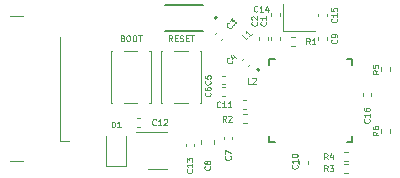
<source format=gbr>
%TF.GenerationSoftware,KiCad,Pcbnew,(6.0.7)*%
%TF.CreationDate,2023-02-09T21:31:32-08:00*%
%TF.ProjectId,ESP_SoC,4553505f-536f-4432-9e6b-696361645f70,rev?*%
%TF.SameCoordinates,Original*%
%TF.FileFunction,Legend,Top*%
%TF.FilePolarity,Positive*%
%FSLAX46Y46*%
G04 Gerber Fmt 4.6, Leading zero omitted, Abs format (unit mm)*
G04 Created by KiCad (PCBNEW (6.0.7)) date 2023-02-09 21:31:32*
%MOMM*%
%LPD*%
G01*
G04 APERTURE LIST*
%ADD10C,0.125000*%
%ADD11C,0.150000*%
%ADD12C,0.120000*%
%ADD13C,0.127000*%
%ADD14C,0.200000*%
G04 APERTURE END LIST*
D10*
X112273809Y-94726190D02*
X112107142Y-94488095D01*
X111988095Y-94726190D02*
X111988095Y-94226190D01*
X112178571Y-94226190D01*
X112226190Y-94250000D01*
X112250000Y-94273809D01*
X112273809Y-94321428D01*
X112273809Y-94392857D01*
X112250000Y-94440476D01*
X112226190Y-94464285D01*
X112178571Y-94488095D01*
X111988095Y-94488095D01*
X112488095Y-94464285D02*
X112654761Y-94464285D01*
X112726190Y-94726190D02*
X112488095Y-94726190D01*
X112488095Y-94226190D01*
X112726190Y-94226190D01*
X112916666Y-94702380D02*
X112988095Y-94726190D01*
X113107142Y-94726190D01*
X113154761Y-94702380D01*
X113178571Y-94678571D01*
X113202380Y-94630952D01*
X113202380Y-94583333D01*
X113178571Y-94535714D01*
X113154761Y-94511904D01*
X113107142Y-94488095D01*
X113011904Y-94464285D01*
X112964285Y-94440476D01*
X112940476Y-94416666D01*
X112916666Y-94369047D01*
X112916666Y-94321428D01*
X112940476Y-94273809D01*
X112964285Y-94250000D01*
X113011904Y-94226190D01*
X113130952Y-94226190D01*
X113202380Y-94250000D01*
X113416666Y-94464285D02*
X113583333Y-94464285D01*
X113654761Y-94726190D02*
X113416666Y-94726190D01*
X113416666Y-94226190D01*
X113654761Y-94226190D01*
X113797619Y-94226190D02*
X114083333Y-94226190D01*
X113940476Y-94726190D02*
X113940476Y-94226190D01*
X108071428Y-94464285D02*
X108142857Y-94488095D01*
X108166666Y-94511904D01*
X108190476Y-94559523D01*
X108190476Y-94630952D01*
X108166666Y-94678571D01*
X108142857Y-94702380D01*
X108095238Y-94726190D01*
X107904761Y-94726190D01*
X107904761Y-94226190D01*
X108071428Y-94226190D01*
X108119047Y-94250000D01*
X108142857Y-94273809D01*
X108166666Y-94321428D01*
X108166666Y-94369047D01*
X108142857Y-94416666D01*
X108119047Y-94440476D01*
X108071428Y-94464285D01*
X107904761Y-94464285D01*
X108500000Y-94226190D02*
X108595238Y-94226190D01*
X108642857Y-94250000D01*
X108690476Y-94297619D01*
X108714285Y-94392857D01*
X108714285Y-94559523D01*
X108690476Y-94654761D01*
X108642857Y-94702380D01*
X108595238Y-94726190D01*
X108500000Y-94726190D01*
X108452380Y-94702380D01*
X108404761Y-94654761D01*
X108380952Y-94559523D01*
X108380952Y-94392857D01*
X108404761Y-94297619D01*
X108452380Y-94250000D01*
X108500000Y-94226190D01*
X109023809Y-94226190D02*
X109119047Y-94226190D01*
X109166666Y-94250000D01*
X109214285Y-94297619D01*
X109238095Y-94392857D01*
X109238095Y-94559523D01*
X109214285Y-94654761D01*
X109166666Y-94702380D01*
X109119047Y-94726190D01*
X109023809Y-94726190D01*
X108976190Y-94702380D01*
X108928571Y-94654761D01*
X108904761Y-94559523D01*
X108904761Y-94392857D01*
X108928571Y-94297619D01*
X108976190Y-94250000D01*
X109023809Y-94226190D01*
X109380952Y-94226190D02*
X109666666Y-94226190D01*
X109523809Y-94726190D02*
X109523809Y-94226190D01*
D11*
%TO.C,*%
D10*
%TO.C,C16*%
X128928571Y-101321428D02*
X128952380Y-101345238D01*
X128976190Y-101416666D01*
X128976190Y-101464285D01*
X128952380Y-101535714D01*
X128904761Y-101583333D01*
X128857142Y-101607142D01*
X128761904Y-101630952D01*
X128690476Y-101630952D01*
X128595238Y-101607142D01*
X128547619Y-101583333D01*
X128500000Y-101535714D01*
X128476190Y-101464285D01*
X128476190Y-101416666D01*
X128500000Y-101345238D01*
X128523809Y-101321428D01*
X128976190Y-100845238D02*
X128976190Y-101130952D01*
X128976190Y-100988095D02*
X128476190Y-100988095D01*
X128547619Y-101035714D01*
X128595238Y-101083333D01*
X128619047Y-101130952D01*
X128476190Y-100416666D02*
X128476190Y-100511904D01*
X128500000Y-100559523D01*
X128523809Y-100583333D01*
X128595238Y-100630952D01*
X128690476Y-100654761D01*
X128880952Y-100654761D01*
X128928571Y-100630952D01*
X128952380Y-100607142D01*
X128976190Y-100559523D01*
X128976190Y-100464285D01*
X128952380Y-100416666D01*
X128928571Y-100392857D01*
X128880952Y-100369047D01*
X128761904Y-100369047D01*
X128714285Y-100392857D01*
X128690476Y-100416666D01*
X128666666Y-100464285D01*
X128666666Y-100559523D01*
X128690476Y-100607142D01*
X128714285Y-100630952D01*
X128761904Y-100654761D01*
%TO.C,R2*%
X116826666Y-101526190D02*
X116660000Y-101288095D01*
X116540952Y-101526190D02*
X116540952Y-101026190D01*
X116731428Y-101026190D01*
X116779047Y-101050000D01*
X116802857Y-101073809D01*
X116826666Y-101121428D01*
X116826666Y-101192857D01*
X116802857Y-101240476D01*
X116779047Y-101264285D01*
X116731428Y-101288095D01*
X116540952Y-101288095D01*
X117017142Y-101073809D02*
X117040952Y-101050000D01*
X117088571Y-101026190D01*
X117207619Y-101026190D01*
X117255238Y-101050000D01*
X117279047Y-101073809D01*
X117302857Y-101121428D01*
X117302857Y-101169047D01*
X117279047Y-101240476D01*
X116993333Y-101526190D01*
X117302857Y-101526190D01*
%TO.C,C2*%
X119428571Y-93083333D02*
X119452380Y-93107142D01*
X119476190Y-93178571D01*
X119476190Y-93226190D01*
X119452380Y-93297619D01*
X119404761Y-93345238D01*
X119357142Y-93369047D01*
X119261904Y-93392857D01*
X119190476Y-93392857D01*
X119095238Y-93369047D01*
X119047619Y-93345238D01*
X119000000Y-93297619D01*
X118976190Y-93226190D01*
X118976190Y-93178571D01*
X119000000Y-93107142D01*
X119023809Y-93083333D01*
X119023809Y-92892857D02*
X119000000Y-92869047D01*
X118976190Y-92821428D01*
X118976190Y-92702380D01*
X119000000Y-92654761D01*
X119023809Y-92630952D01*
X119071428Y-92607142D01*
X119119047Y-92607142D01*
X119190476Y-92630952D01*
X119476190Y-92916666D01*
X119476190Y-92607142D01*
%TO.C,R4*%
X125416666Y-104726190D02*
X125250000Y-104488095D01*
X125130952Y-104726190D02*
X125130952Y-104226190D01*
X125321428Y-104226190D01*
X125369047Y-104250000D01*
X125392857Y-104273809D01*
X125416666Y-104321428D01*
X125416666Y-104392857D01*
X125392857Y-104440476D01*
X125369047Y-104464285D01*
X125321428Y-104488095D01*
X125130952Y-104488095D01*
X125845238Y-104392857D02*
X125845238Y-104726190D01*
X125726190Y-104202380D02*
X125607142Y-104559523D01*
X125916666Y-104559523D01*
%TO.C,L2*%
X118916666Y-98326190D02*
X118678571Y-98326190D01*
X118678571Y-97826190D01*
X119059523Y-97873809D02*
X119083333Y-97850000D01*
X119130952Y-97826190D01*
X119250000Y-97826190D01*
X119297619Y-97850000D01*
X119321428Y-97873809D01*
X119345238Y-97921428D01*
X119345238Y-97969047D01*
X119321428Y-98040476D01*
X119035714Y-98326190D01*
X119345238Y-98326190D01*
%TO.C,C7*%
X117178571Y-104458333D02*
X117202380Y-104482142D01*
X117226190Y-104553571D01*
X117226190Y-104601190D01*
X117202380Y-104672619D01*
X117154761Y-104720238D01*
X117107142Y-104744047D01*
X117011904Y-104767857D01*
X116940476Y-104767857D01*
X116845238Y-104744047D01*
X116797619Y-104720238D01*
X116750000Y-104672619D01*
X116726190Y-104601190D01*
X116726190Y-104553571D01*
X116750000Y-104482142D01*
X116773809Y-104458333D01*
X116726190Y-104291666D02*
X116726190Y-103958333D01*
X117226190Y-104172619D01*
%TO.C,R3*%
X125416666Y-105726190D02*
X125250000Y-105488095D01*
X125130952Y-105726190D02*
X125130952Y-105226190D01*
X125321428Y-105226190D01*
X125369047Y-105250000D01*
X125392857Y-105273809D01*
X125416666Y-105321428D01*
X125416666Y-105392857D01*
X125392857Y-105440476D01*
X125369047Y-105464285D01*
X125321428Y-105488095D01*
X125130952Y-105488095D01*
X125583333Y-105226190D02*
X125892857Y-105226190D01*
X125726190Y-105416666D01*
X125797619Y-105416666D01*
X125845238Y-105440476D01*
X125869047Y-105464285D01*
X125892857Y-105511904D01*
X125892857Y-105630952D01*
X125869047Y-105678571D01*
X125845238Y-105702380D01*
X125797619Y-105726190D01*
X125654761Y-105726190D01*
X125607142Y-105702380D01*
X125583333Y-105678571D01*
%TO.C,C9*%
X126178571Y-94583333D02*
X126202380Y-94607142D01*
X126226190Y-94678571D01*
X126226190Y-94726190D01*
X126202380Y-94797619D01*
X126154761Y-94845238D01*
X126107142Y-94869047D01*
X126011904Y-94892857D01*
X125940476Y-94892857D01*
X125845238Y-94869047D01*
X125797619Y-94845238D01*
X125750000Y-94797619D01*
X125726190Y-94726190D01*
X125726190Y-94678571D01*
X125750000Y-94607142D01*
X125773809Y-94583333D01*
X126226190Y-94345238D02*
X126226190Y-94250000D01*
X126202380Y-94202380D01*
X126178571Y-94178571D01*
X126107142Y-94130952D01*
X126011904Y-94107142D01*
X125821428Y-94107142D01*
X125773809Y-94130952D01*
X125750000Y-94154761D01*
X125726190Y-94202380D01*
X125726190Y-94297619D01*
X125750000Y-94345238D01*
X125773809Y-94369047D01*
X125821428Y-94392857D01*
X125940476Y-94392857D01*
X125988095Y-94369047D01*
X126011904Y-94345238D01*
X126035714Y-94297619D01*
X126035714Y-94202380D01*
X126011904Y-94154761D01*
X125988095Y-94130952D01*
X125940476Y-94107142D01*
%TO.C,C13*%
X113928571Y-105571428D02*
X113952380Y-105595238D01*
X113976190Y-105666666D01*
X113976190Y-105714285D01*
X113952380Y-105785714D01*
X113904761Y-105833333D01*
X113857142Y-105857142D01*
X113761904Y-105880952D01*
X113690476Y-105880952D01*
X113595238Y-105857142D01*
X113547619Y-105833333D01*
X113500000Y-105785714D01*
X113476190Y-105714285D01*
X113476190Y-105666666D01*
X113500000Y-105595238D01*
X113523809Y-105571428D01*
X113976190Y-105095238D02*
X113976190Y-105380952D01*
X113976190Y-105238095D02*
X113476190Y-105238095D01*
X113547619Y-105285714D01*
X113595238Y-105333333D01*
X113619047Y-105380952D01*
X113476190Y-104928571D02*
X113476190Y-104619047D01*
X113666666Y-104785714D01*
X113666666Y-104714285D01*
X113690476Y-104666666D01*
X113714285Y-104642857D01*
X113761904Y-104619047D01*
X113880952Y-104619047D01*
X113928571Y-104642857D01*
X113952380Y-104666666D01*
X113976190Y-104714285D01*
X113976190Y-104857142D01*
X113952380Y-104904761D01*
X113928571Y-104928571D01*
%TO.C,C3*%
X117317343Y-93435194D02*
X117317343Y-93468866D01*
X117283671Y-93536209D01*
X117250000Y-93569881D01*
X117182656Y-93603553D01*
X117115312Y-93603553D01*
X117064805Y-93586717D01*
X116980625Y-93536209D01*
X116930118Y-93485702D01*
X116879610Y-93401522D01*
X116862774Y-93351015D01*
X116862774Y-93283671D01*
X116896446Y-93216328D01*
X116930118Y-93182656D01*
X116997461Y-93148984D01*
X117031133Y-93148984D01*
X117115312Y-92997461D02*
X117334179Y-92778595D01*
X117351015Y-93031133D01*
X117401522Y-92980625D01*
X117452030Y-92963790D01*
X117485702Y-92963790D01*
X117536209Y-92980625D01*
X117620389Y-93064805D01*
X117637225Y-93115312D01*
X117637225Y-93148984D01*
X117620389Y-93199492D01*
X117519374Y-93300507D01*
X117468866Y-93317343D01*
X117435194Y-93317343D01*
%TO.C,C15*%
X126178571Y-92821428D02*
X126202380Y-92845238D01*
X126226190Y-92916666D01*
X126226190Y-92964285D01*
X126202380Y-93035714D01*
X126154761Y-93083333D01*
X126107142Y-93107142D01*
X126011904Y-93130952D01*
X125940476Y-93130952D01*
X125845238Y-93107142D01*
X125797619Y-93083333D01*
X125750000Y-93035714D01*
X125726190Y-92964285D01*
X125726190Y-92916666D01*
X125750000Y-92845238D01*
X125773809Y-92821428D01*
X126226190Y-92345238D02*
X126226190Y-92630952D01*
X126226190Y-92488095D02*
X125726190Y-92488095D01*
X125797619Y-92535714D01*
X125845238Y-92583333D01*
X125869047Y-92630952D01*
X125726190Y-91892857D02*
X125726190Y-92130952D01*
X125964285Y-92154761D01*
X125940476Y-92130952D01*
X125916666Y-92083333D01*
X125916666Y-91964285D01*
X125940476Y-91916666D01*
X125964285Y-91892857D01*
X126011904Y-91869047D01*
X126130952Y-91869047D01*
X126178571Y-91892857D01*
X126202380Y-91916666D01*
X126226190Y-91964285D01*
X126226190Y-92083333D01*
X126202380Y-92130952D01*
X126178571Y-92154761D01*
%TO.C,L1*%
X118678330Y-94391551D02*
X118509971Y-94559910D01*
X118156418Y-94206356D01*
X118981376Y-94088505D02*
X118779345Y-94290536D01*
X118880360Y-94189520D02*
X118526807Y-93835967D01*
X118543643Y-93920146D01*
X118543643Y-93987490D01*
X118526807Y-94037997D01*
%TO.C,R5*%
X129726190Y-97183333D02*
X129488095Y-97350000D01*
X129726190Y-97469047D02*
X129226190Y-97469047D01*
X129226190Y-97278571D01*
X129250000Y-97230952D01*
X129273809Y-97207142D01*
X129321428Y-97183333D01*
X129392857Y-97183333D01*
X129440476Y-97207142D01*
X129464285Y-97230952D01*
X129488095Y-97278571D01*
X129488095Y-97469047D01*
X129226190Y-96730952D02*
X129226190Y-96969047D01*
X129464285Y-96992857D01*
X129440476Y-96969047D01*
X129416666Y-96921428D01*
X129416666Y-96802380D01*
X129440476Y-96754761D01*
X129464285Y-96730952D01*
X129511904Y-96707142D01*
X129630952Y-96707142D01*
X129678571Y-96730952D01*
X129702380Y-96754761D01*
X129726190Y-96802380D01*
X129726190Y-96921428D01*
X129702380Y-96969047D01*
X129678571Y-96992857D01*
%TO.C,C8*%
X115428571Y-105308333D02*
X115452380Y-105332142D01*
X115476190Y-105403571D01*
X115476190Y-105451190D01*
X115452380Y-105522619D01*
X115404761Y-105570238D01*
X115357142Y-105594047D01*
X115261904Y-105617857D01*
X115190476Y-105617857D01*
X115095238Y-105594047D01*
X115047619Y-105570238D01*
X115000000Y-105522619D01*
X114976190Y-105451190D01*
X114976190Y-105403571D01*
X115000000Y-105332142D01*
X115023809Y-105308333D01*
X115190476Y-105022619D02*
X115166666Y-105070238D01*
X115142857Y-105094047D01*
X115095238Y-105117857D01*
X115071428Y-105117857D01*
X115023809Y-105094047D01*
X115000000Y-105070238D01*
X114976190Y-105022619D01*
X114976190Y-104927380D01*
X115000000Y-104879761D01*
X115023809Y-104855952D01*
X115071428Y-104832142D01*
X115095238Y-104832142D01*
X115142857Y-104855952D01*
X115166666Y-104879761D01*
X115190476Y-104927380D01*
X115190476Y-105022619D01*
X115214285Y-105070238D01*
X115238095Y-105094047D01*
X115285714Y-105117857D01*
X115380952Y-105117857D01*
X115428571Y-105094047D01*
X115452380Y-105070238D01*
X115476190Y-105022619D01*
X115476190Y-104927380D01*
X115452380Y-104879761D01*
X115428571Y-104855952D01*
X115380952Y-104832142D01*
X115285714Y-104832142D01*
X115238095Y-104855952D01*
X115214285Y-104879761D01*
X115190476Y-104927380D01*
%TO.C,C6*%
X115478571Y-99083333D02*
X115502380Y-99107142D01*
X115526190Y-99178571D01*
X115526190Y-99226190D01*
X115502380Y-99297619D01*
X115454761Y-99345238D01*
X115407142Y-99369047D01*
X115311904Y-99392857D01*
X115240476Y-99392857D01*
X115145238Y-99369047D01*
X115097619Y-99345238D01*
X115050000Y-99297619D01*
X115026190Y-99226190D01*
X115026190Y-99178571D01*
X115050000Y-99107142D01*
X115073809Y-99083333D01*
X115026190Y-98654761D02*
X115026190Y-98750000D01*
X115050000Y-98797619D01*
X115073809Y-98821428D01*
X115145238Y-98869047D01*
X115240476Y-98892857D01*
X115430952Y-98892857D01*
X115478571Y-98869047D01*
X115502380Y-98845238D01*
X115526190Y-98797619D01*
X115526190Y-98702380D01*
X115502380Y-98654761D01*
X115478571Y-98630952D01*
X115430952Y-98607142D01*
X115311904Y-98607142D01*
X115264285Y-98630952D01*
X115240476Y-98654761D01*
X115216666Y-98702380D01*
X115216666Y-98797619D01*
X115240476Y-98845238D01*
X115264285Y-98869047D01*
X115311904Y-98892857D01*
%TO.C,D1*%
X107130952Y-102026190D02*
X107130952Y-101526190D01*
X107250000Y-101526190D01*
X107321428Y-101550000D01*
X107369047Y-101597619D01*
X107392857Y-101645238D01*
X107416666Y-101740476D01*
X107416666Y-101811904D01*
X107392857Y-101907142D01*
X107369047Y-101954761D01*
X107321428Y-102002380D01*
X107250000Y-102026190D01*
X107130952Y-102026190D01*
X107892857Y-102026190D02*
X107607142Y-102026190D01*
X107750000Y-102026190D02*
X107750000Y-101526190D01*
X107702380Y-101597619D01*
X107654761Y-101645238D01*
X107607142Y-101669047D01*
%TO.C,C10*%
X122828571Y-105213592D02*
X122852380Y-105237402D01*
X122876190Y-105308830D01*
X122876190Y-105356449D01*
X122852380Y-105427878D01*
X122804761Y-105475497D01*
X122757142Y-105499306D01*
X122661904Y-105523116D01*
X122590476Y-105523116D01*
X122495238Y-105499306D01*
X122447619Y-105475497D01*
X122400000Y-105427878D01*
X122376190Y-105356449D01*
X122376190Y-105308830D01*
X122400000Y-105237402D01*
X122423809Y-105213592D01*
X122876190Y-104737402D02*
X122876190Y-105023116D01*
X122876190Y-104880259D02*
X122376190Y-104880259D01*
X122447619Y-104927878D01*
X122495238Y-104975497D01*
X122519047Y-105023116D01*
X122376190Y-104427878D02*
X122376190Y-104380259D01*
X122400000Y-104332640D01*
X122423809Y-104308830D01*
X122471428Y-104285021D01*
X122566666Y-104261211D01*
X122685714Y-104261211D01*
X122780952Y-104285021D01*
X122828571Y-104308830D01*
X122852380Y-104332640D01*
X122876190Y-104380259D01*
X122876190Y-104427878D01*
X122852380Y-104475497D01*
X122828571Y-104499306D01*
X122780952Y-104523116D01*
X122685714Y-104546925D01*
X122566666Y-104546925D01*
X122471428Y-104523116D01*
X122423809Y-104499306D01*
X122400000Y-104475497D01*
X122376190Y-104427878D01*
%TO.C,C5*%
X115478571Y-98083333D02*
X115502380Y-98107142D01*
X115526190Y-98178571D01*
X115526190Y-98226190D01*
X115502380Y-98297619D01*
X115454761Y-98345238D01*
X115407142Y-98369047D01*
X115311904Y-98392857D01*
X115240476Y-98392857D01*
X115145238Y-98369047D01*
X115097619Y-98345238D01*
X115050000Y-98297619D01*
X115026190Y-98226190D01*
X115026190Y-98178571D01*
X115050000Y-98107142D01*
X115073809Y-98083333D01*
X115026190Y-97630952D02*
X115026190Y-97869047D01*
X115264285Y-97892857D01*
X115240476Y-97869047D01*
X115216666Y-97821428D01*
X115216666Y-97702380D01*
X115240476Y-97654761D01*
X115264285Y-97630952D01*
X115311904Y-97607142D01*
X115430952Y-97607142D01*
X115478571Y-97630952D01*
X115502380Y-97654761D01*
X115526190Y-97702380D01*
X115526190Y-97821428D01*
X115502380Y-97869047D01*
X115478571Y-97892857D01*
%TO.C,C11*%
X116328571Y-100278571D02*
X116304761Y-100302380D01*
X116233333Y-100326190D01*
X116185714Y-100326190D01*
X116114285Y-100302380D01*
X116066666Y-100254761D01*
X116042857Y-100207142D01*
X116019047Y-100111904D01*
X116019047Y-100040476D01*
X116042857Y-99945238D01*
X116066666Y-99897619D01*
X116114285Y-99850000D01*
X116185714Y-99826190D01*
X116233333Y-99826190D01*
X116304761Y-99850000D01*
X116328571Y-99873809D01*
X116804761Y-100326190D02*
X116519047Y-100326190D01*
X116661904Y-100326190D02*
X116661904Y-99826190D01*
X116614285Y-99897619D01*
X116566666Y-99945238D01*
X116519047Y-99969047D01*
X117280952Y-100326190D02*
X116995238Y-100326190D01*
X117138095Y-100326190D02*
X117138095Y-99826190D01*
X117090476Y-99897619D01*
X117042857Y-99945238D01*
X116995238Y-99969047D01*
%TO.C,C14*%
X119478571Y-92178571D02*
X119454761Y-92202380D01*
X119383333Y-92226190D01*
X119335714Y-92226190D01*
X119264285Y-92202380D01*
X119216666Y-92154761D01*
X119192857Y-92107142D01*
X119169047Y-92011904D01*
X119169047Y-91940476D01*
X119192857Y-91845238D01*
X119216666Y-91797619D01*
X119264285Y-91750000D01*
X119335714Y-91726190D01*
X119383333Y-91726190D01*
X119454761Y-91750000D01*
X119478571Y-91773809D01*
X119954761Y-92226190D02*
X119669047Y-92226190D01*
X119811904Y-92226190D02*
X119811904Y-91726190D01*
X119764285Y-91797619D01*
X119716666Y-91845238D01*
X119669047Y-91869047D01*
X120383333Y-91892857D02*
X120383333Y-92226190D01*
X120264285Y-91702380D02*
X120145238Y-92059523D01*
X120454761Y-92059523D01*
%TO.C,C1*%
X120178571Y-93083333D02*
X120202380Y-93107142D01*
X120226190Y-93178571D01*
X120226190Y-93226190D01*
X120202380Y-93297619D01*
X120154761Y-93345238D01*
X120107142Y-93369047D01*
X120011904Y-93392857D01*
X119940476Y-93392857D01*
X119845238Y-93369047D01*
X119797619Y-93345238D01*
X119750000Y-93297619D01*
X119726190Y-93226190D01*
X119726190Y-93178571D01*
X119750000Y-93107142D01*
X119773809Y-93083333D01*
X120226190Y-92607142D02*
X120226190Y-92892857D01*
X120226190Y-92750000D02*
X119726190Y-92750000D01*
X119797619Y-92797619D01*
X119845238Y-92845238D01*
X119869047Y-92892857D01*
%TO.C,R6*%
X129726190Y-102383333D02*
X129488095Y-102550000D01*
X129726190Y-102669047D02*
X129226190Y-102669047D01*
X129226190Y-102478571D01*
X129250000Y-102430952D01*
X129273809Y-102407142D01*
X129321428Y-102383333D01*
X129392857Y-102383333D01*
X129440476Y-102407142D01*
X129464285Y-102430952D01*
X129488095Y-102478571D01*
X129488095Y-102669047D01*
X129226190Y-101954761D02*
X129226190Y-102050000D01*
X129250000Y-102097619D01*
X129273809Y-102121428D01*
X129345238Y-102169047D01*
X129440476Y-102192857D01*
X129630952Y-102192857D01*
X129678571Y-102169047D01*
X129702380Y-102145238D01*
X129726190Y-102097619D01*
X129726190Y-102002380D01*
X129702380Y-101954761D01*
X129678571Y-101930952D01*
X129630952Y-101907142D01*
X129511904Y-101907142D01*
X129464285Y-101930952D01*
X129440476Y-101954761D01*
X129416666Y-102002380D01*
X129416666Y-102097619D01*
X129440476Y-102145238D01*
X129464285Y-102169047D01*
X129511904Y-102192857D01*
%TO.C,R1*%
X123916666Y-94976190D02*
X123750000Y-94738095D01*
X123630952Y-94976190D02*
X123630952Y-94476190D01*
X123821428Y-94476190D01*
X123869047Y-94500000D01*
X123892857Y-94523809D01*
X123916666Y-94571428D01*
X123916666Y-94642857D01*
X123892857Y-94690476D01*
X123869047Y-94714285D01*
X123821428Y-94738095D01*
X123630952Y-94738095D01*
X124392857Y-94976190D02*
X124107142Y-94976190D01*
X124250000Y-94976190D02*
X124250000Y-94476190D01*
X124202380Y-94547619D01*
X124154761Y-94595238D01*
X124107142Y-94619047D01*
%TO.C,C4*%
X117317343Y-96435194D02*
X117317343Y-96468866D01*
X117283671Y-96536209D01*
X117250000Y-96569881D01*
X117182656Y-96603553D01*
X117115312Y-96603553D01*
X117064805Y-96586717D01*
X116980625Y-96536209D01*
X116930118Y-96485702D01*
X116879610Y-96401522D01*
X116862774Y-96351015D01*
X116862774Y-96283671D01*
X116896446Y-96216328D01*
X116930118Y-96182656D01*
X116997461Y-96148984D01*
X117031133Y-96148984D01*
X117418358Y-95930118D02*
X117654061Y-96165820D01*
X117199492Y-95879610D02*
X117367851Y-96216328D01*
X117586717Y-95997461D01*
%TO.C,C12*%
X110878571Y-101778571D02*
X110854761Y-101802380D01*
X110783333Y-101826190D01*
X110735714Y-101826190D01*
X110664285Y-101802380D01*
X110616666Y-101754761D01*
X110592857Y-101707142D01*
X110569047Y-101611904D01*
X110569047Y-101540476D01*
X110592857Y-101445238D01*
X110616666Y-101397619D01*
X110664285Y-101350000D01*
X110735714Y-101326190D01*
X110783333Y-101326190D01*
X110854761Y-101350000D01*
X110878571Y-101373809D01*
X111354761Y-101826190D02*
X111069047Y-101826190D01*
X111211904Y-101826190D02*
X111211904Y-101326190D01*
X111164285Y-101397619D01*
X111116666Y-101445238D01*
X111069047Y-101469047D01*
X111545238Y-101373809D02*
X111569047Y-101350000D01*
X111616666Y-101326190D01*
X111735714Y-101326190D01*
X111783333Y-101350000D01*
X111807142Y-101373809D01*
X111830952Y-101421428D01*
X111830952Y-101469047D01*
X111807142Y-101540476D01*
X111521428Y-101826190D01*
X111830952Y-101826190D01*
D12*
%TO.C,C16*%
X128390000Y-99357836D02*
X128390000Y-99142164D01*
X129110000Y-99357836D02*
X129110000Y-99142164D01*
%TO.C,R2*%
X118246359Y-101680000D02*
X118553641Y-101680000D01*
X118246359Y-100920000D02*
X118553641Y-100920000D01*
%TO.C,J1*%
X102770000Y-103150000D02*
X103525000Y-103150000D01*
X102770000Y-103150000D02*
X102770000Y-94350000D01*
X99600000Y-104895000D02*
X98550000Y-104895000D01*
X99600000Y-92605000D02*
X98550000Y-92605000D01*
%TO.C,C2*%
X120360000Y-94607836D02*
X120360000Y-94392164D01*
X119640000Y-94607836D02*
X119640000Y-94392164D01*
%TO.C,R4*%
X126846359Y-104120000D02*
X127153641Y-104120000D01*
X126846359Y-104880000D02*
X127153641Y-104880000D01*
%TO.C,C7*%
X117360000Y-102792164D02*
X117360000Y-103007836D01*
X116640000Y-102792164D02*
X116640000Y-103007836D01*
%TO.C,R3*%
X126846359Y-105120000D02*
X127153641Y-105120000D01*
X126846359Y-105880000D02*
X127153641Y-105880000D01*
%TO.C,C9*%
X124640000Y-94607836D02*
X124640000Y-94392164D01*
X125360000Y-94607836D02*
X125360000Y-94392164D01*
%TO.C,C13*%
X113390000Y-103392164D02*
X113390000Y-103607836D01*
X114110000Y-103392164D02*
X114110000Y-103607836D01*
%TO.C,C3*%
X116071693Y-93919190D02*
X115919190Y-94071693D01*
X116580810Y-94428307D02*
X116428307Y-94580810D01*
%TO.C,C15*%
X125360000Y-92392164D02*
X125360000Y-92607836D01*
X124640000Y-92392164D02*
X124640000Y-92607836D01*
D13*
%TO.C,AE1*%
X114850000Y-93840000D02*
X111650000Y-93840000D01*
X114850000Y-91660000D02*
X111650000Y-91660000D01*
D14*
X116050000Y-92750000D02*
G75*
G03*
X116050000Y-92750000I-100000J0D01*
G01*
D12*
%TO.C,R5*%
X129920000Y-97253641D02*
X129920000Y-96946359D01*
X130680000Y-97253641D02*
X130680000Y-96946359D01*
%TO.C,C8*%
X115760000Y-103109420D02*
X115760000Y-103390580D01*
X114740000Y-103109420D02*
X114740000Y-103390580D01*
%TO.C,C6*%
X116707836Y-99360000D02*
X116492164Y-99360000D01*
X116707836Y-98640000D02*
X116492164Y-98640000D01*
%TO.C,SW2*%
X109320000Y-95550000D02*
X108180000Y-95550000D01*
X108180000Y-99950000D02*
X109320000Y-99950000D01*
X107050000Y-99950000D02*
X107170000Y-99950000D01*
X107050000Y-95550000D02*
X107050000Y-99950000D01*
X110450000Y-99950000D02*
X110450000Y-95550000D01*
X110450000Y-95550000D02*
X110330000Y-95550000D01*
X107170000Y-95550000D02*
X107050000Y-95550000D01*
X110330000Y-99950000D02*
X110450000Y-99950000D01*
%TO.C,SW1*%
X111300000Y-99950000D02*
X111420000Y-99950000D01*
X114580000Y-99950000D02*
X114700000Y-99950000D01*
X114700000Y-95550000D02*
X114580000Y-95550000D01*
X114700000Y-99950000D02*
X114700000Y-95550000D01*
X111420000Y-95550000D02*
X111300000Y-95550000D01*
X112430000Y-99950000D02*
X113570000Y-99950000D01*
X113570000Y-95550000D02*
X112430000Y-95550000D01*
X111300000Y-95550000D02*
X111300000Y-99950000D01*
%TO.C,D1*%
X108350000Y-105300000D02*
X108350000Y-102750000D01*
X106650000Y-105300000D02*
X106650000Y-102750000D01*
X106650000Y-105300000D02*
X108350000Y-105300000D01*
%TO.C,C10*%
X123040000Y-104892164D02*
X123040000Y-105107836D01*
X123760000Y-104892164D02*
X123760000Y-105107836D01*
%TO.C,C5*%
X116707836Y-98360000D02*
X116492164Y-98360000D01*
X116707836Y-97640000D02*
X116492164Y-97640000D01*
%TO.C,U1*%
X111000000Y-102440000D02*
X111800000Y-102440000D01*
X111000000Y-102440000D02*
X109200000Y-102440000D01*
X111000000Y-105560000D02*
X110200000Y-105560000D01*
X111000000Y-105560000D02*
X111800000Y-105560000D01*
%TO.C,C11*%
X118507836Y-100460000D02*
X118292164Y-100460000D01*
X118507836Y-99740000D02*
X118292164Y-99740000D01*
%TO.C,C14*%
X120640000Y-92587836D02*
X120640000Y-92372164D01*
X121360000Y-92587836D02*
X121360000Y-92372164D01*
%TO.C,C1*%
X121360000Y-94607836D02*
X121360000Y-94392164D01*
X120640000Y-94607836D02*
X120640000Y-94392164D01*
%TO.C,R6*%
X129920000Y-102146359D02*
X129920000Y-102453641D01*
X130680000Y-102146359D02*
X130680000Y-102453641D01*
%TO.C,R1*%
X122346359Y-95130000D02*
X122653641Y-95130000D01*
X122346359Y-94370000D02*
X122653641Y-94370000D01*
%TO.C,C4*%
X118321693Y-96169190D02*
X118169190Y-96321693D01*
X118830810Y-96678307D02*
X118678307Y-96830810D01*
D14*
%TO.C,U2*%
X119645000Y-97150000D02*
G75*
G03*
X119645000Y-97150000I-100000J0D01*
G01*
D13*
X127500000Y-96250000D02*
X127030000Y-96250000D01*
X127500000Y-103250000D02*
X127030000Y-103250000D01*
X120500000Y-103250000D02*
X120500000Y-102780000D01*
X120500000Y-103250000D02*
X120970000Y-103250000D01*
X120500000Y-96250000D02*
X120500000Y-96720000D01*
X120500000Y-96250000D02*
X120970000Y-96250000D01*
X127500000Y-96250000D02*
X127500000Y-96720000D01*
X127500000Y-103250000D02*
X127500000Y-102780000D01*
D12*
%TO.C,Y1*%
X121650000Y-91600000D02*
X121650000Y-93900000D01*
X121650000Y-93900000D02*
X124350000Y-93900000D01*
%TO.C,C12*%
X109507836Y-101240000D02*
X109292164Y-101240000D01*
X109507836Y-101960000D02*
X109292164Y-101960000D01*
%TD*%
M02*

</source>
